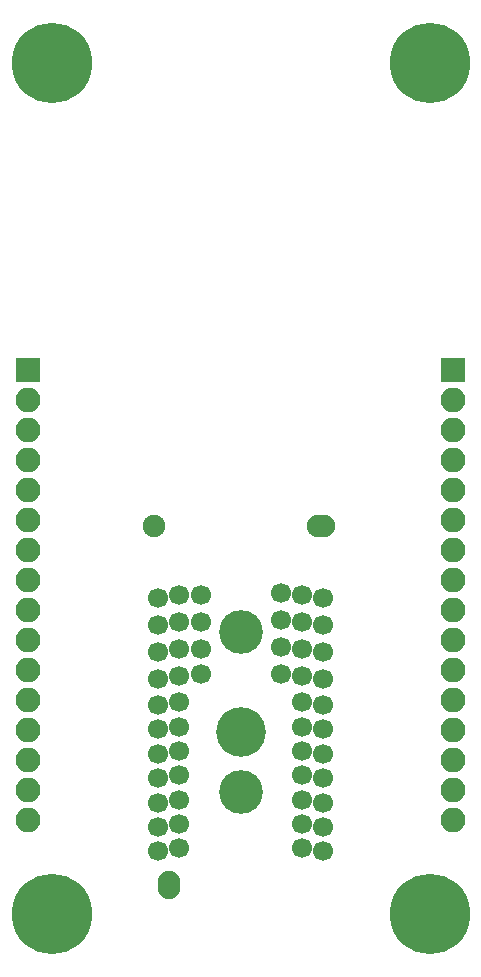
<source format=gbs>
G04 #@! TF.FileFunction,Soldermask,Bot*
%FSLAX46Y46*%
G04 Gerber Fmt 4.6, Leading zero omitted, Abs format (unit mm)*
G04 Created by KiCad (PCBNEW 4.0.6) date 12/30/18 12:01:16*
%MOMM*%
%LPD*%
G01*
G04 APERTURE LIST*
%ADD10C,0.100000*%
%ADD11C,6.800000*%
%ADD12R,2.100000X2.100000*%
%ADD13O,2.100000X2.100000*%
%ADD14O,1.900000X1.900000*%
%ADD15O,2.400000X1.900000*%
%ADD16C,3.700000*%
%ADD17C,4.200000*%
%ADD18C,1.700000*%
%ADD19O,1.900000X2.400000*%
G04 APERTURE END LIST*
D10*
D11*
X84000000Y-24000000D03*
X116000000Y-24000000D03*
X116000000Y-96000000D03*
X84000000Y-96000000D03*
D12*
X118000000Y-50000000D03*
D13*
X118000000Y-52540000D03*
X118000000Y-55080000D03*
X118000000Y-57620000D03*
X118000000Y-60160000D03*
X118000000Y-62700000D03*
X118000000Y-65240000D03*
X118000000Y-67780000D03*
X118000000Y-70320000D03*
X118000000Y-72860000D03*
X118000000Y-75400000D03*
X118000000Y-77940000D03*
X118000000Y-80480000D03*
X118000000Y-83020000D03*
X118000000Y-85560000D03*
X118000000Y-88100000D03*
D12*
X82000000Y-50000000D03*
D13*
X82000000Y-52540000D03*
X82000000Y-55080000D03*
X82000000Y-57620000D03*
X82000000Y-60160000D03*
X82000000Y-62700000D03*
X82000000Y-65240000D03*
X82000000Y-67780000D03*
X82000000Y-70320000D03*
X82000000Y-72860000D03*
X82000000Y-75400000D03*
X82000000Y-77940000D03*
X82000000Y-80480000D03*
X82000000Y-83020000D03*
X82000000Y-85560000D03*
X82000000Y-88100000D03*
D14*
X92700000Y-63200000D03*
D15*
X106800000Y-63200000D03*
D16*
X100000000Y-72200000D03*
D17*
X100000000Y-80650000D03*
D18*
X93020000Y-90700000D03*
X94820000Y-90450000D03*
X96620000Y-75700000D03*
X106980000Y-90700000D03*
X105180000Y-90450000D03*
X106980000Y-88650000D03*
X106980000Y-86600000D03*
X106980000Y-84550000D03*
X106980000Y-82500000D03*
X106980000Y-80400000D03*
X106980000Y-78300000D03*
X106980000Y-76100000D03*
X106980000Y-73820000D03*
X106980000Y-71540000D03*
X106980000Y-69260000D03*
X105180000Y-88400000D03*
X105180000Y-86350000D03*
X105180000Y-84300000D03*
X105180000Y-82250000D03*
X105180000Y-80200000D03*
X105180000Y-78100000D03*
X105180000Y-75900000D03*
X105180000Y-73620000D03*
X105180000Y-71340000D03*
X105180000Y-69060000D03*
X103380000Y-75700000D03*
X103380000Y-73420000D03*
X103380000Y-71140000D03*
X103380000Y-68860000D03*
X96620000Y-73620000D03*
X96620000Y-71340000D03*
X96620000Y-69060000D03*
X93020000Y-88650000D03*
X93020000Y-86600000D03*
X93020000Y-84550000D03*
X93020000Y-82500000D03*
X93020000Y-80400000D03*
X93020000Y-78300000D03*
X93020000Y-76100000D03*
X93020000Y-73820000D03*
X93020000Y-71540000D03*
X93020000Y-69260000D03*
X94820000Y-88400000D03*
X94820000Y-86350000D03*
X94820000Y-84300000D03*
X94820000Y-82250000D03*
X94820000Y-80200000D03*
X94820000Y-78100000D03*
X94820000Y-75900000D03*
X94820000Y-73620000D03*
X94820000Y-71340000D03*
X94820000Y-69060000D03*
D16*
X100000000Y-85700000D03*
D19*
X93900000Y-93600000D03*
M02*

</source>
